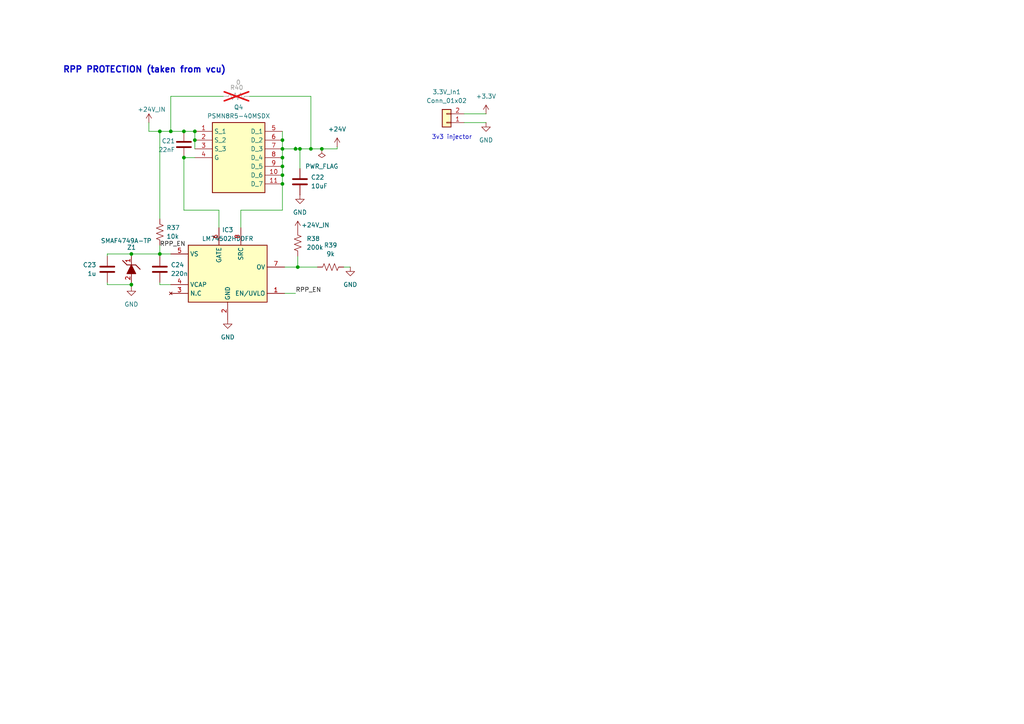
<source format=kicad_sch>
(kicad_sch (version 20250114) (generator "eeschema") (generator_version "9.0")
  (paper "A4")
  (lib_symbols
    (symbol "Connector_Generic:Conn_01x02" (pin_names (offset 1.016) (hide yes))
      (property "Reference" "J" (at 0 2.54 0))
      (property "Value" "Conn_01x02" (at 0 -5.08 0))
      (symbol "Conn_01x02_1_1"
        (rectangle (start -1.27 1.27) (end 1.27 -3.81) (stroke (width 0.254)) (fill (type background)))
        (rectangle (start -1.27 0.127) (end 0 -0.127) (stroke (width 0.1524)))
        (rectangle (start -1.27 -2.413) (end 0 -2.667) (stroke (width 0.1524)))
        (pin passive line (at -5.08 0 0) (length 3.81) (name "Pin_1") (number "1"))
        (pin passive line (at -5.08 -2.54 0) (length 3.81) (name "Pin_2") (number "2"))
      )
    )
    (symbol "Device:C" (pin_numbers (hide yes)) (pin_names (offset 0.254))
      (property "Reference" "C" (at 0.635 2.54 0))
      (property "Value" "C" (at 0.635 -2.54 0))
      (symbol "C_0_1"
        (polyline (pts (xy -2.032 0.762) (xy 2.032 0.762)) (stroke (width 0.508)))
        (polyline (pts (xy -2.032 -0.762) (xy 2.032 -0.762)) (stroke (width 0.508)))
      )
      (symbol "C_1_1"
        (pin passive line (at 0 3.81 270) (length 2.794) (name "~") (number "1"))
        (pin passive line (at 0 -3.81 90) (length 2.794) (name "~") (number "2"))
      )
    )
    (symbol "Device:R_US" (pin_numbers (hide yes)) (pin_names (offset 0))
      (property "Reference" "R" (at 2.54 0 90))
      (property "Value" "R_US" (at -2.54 0 90))
      (symbol "R_US_0_1"
        (polyline (pts (xy 0 2.286) (xy 0 2.54)))
        (polyline (pts (xy 0 2.286) (xy 1.016 1.905) (xy 0 1.524) (xy -1.016 1.143) (xy 0 0.762)))
        (polyline (pts (xy 0 0.762) (xy 1.016 0.381) (xy 0 0) (xy -1.016 -0.381) (xy 0 -0.762)))
        (polyline (pts (xy 0 -0.762) (xy 1.016 -1.143) (xy 0 -1.524) (xy -1.016 -1.905) (xy 0 -2.286)))
        (polyline (pts (xy 0 -2.286) (xy 0 -2.54)))
      )
      (symbol "R_US_1_1"
        (pin passive line (at 0 3.81 270) (length 1.27) (name "~") (number "1"))
        (pin passive line (at 0 -3.81 90) (length 1.27) (name "~") (number "2"))
      )
    )
    (symbol "UTSVT_ICs:LM74502HDDFR"
      (property "Reference" "IC" (at 29.21 7.62 0))
      (property "Value" "LM74502HDDFR" (at 29.21 5.08 0))
      (symbol "LM74502HDDFR_1_1"
        (rectangle (start 5.08 2.54) (end 27.94 -13.97) (stroke (width 0.254)) (fill (type background)))
        (pin passive line (at 0 0 0) (length 5.08) (name "VS") (number "5"))
        (pin passive line (at 0 -8.89 0) (length 5.08) (name "VCAP") (number "4"))
        (pin no_connect line (at 0 -11.43 0) (length 5.08) (name "N.C") (number "3"))
        (pin passive line (at 13.97 7.62 270) (length 5.08) (name "GATE") (number "6"))
        (pin passive line (at 16.51 -19.05 90) (length 5.08) (name "GND") (number "2"))
        (pin passive line (at 20.32 7.62 270) (length 5.08) (name "SRC") (number "8"))
        (pin passive line (at 33.02 -3.81 180) (length 5.08) (name "OV") (number "7"))
        (pin passive line (at 33.02 -11.43 180) (length 5.08) (name "EN/UVLO") (number "1"))
      )
    )
    (symbol "UTSVT_Power:PSMN8R5-40MSDX"
      (property "Reference" "Q" (at 21.59 7.62 0))
      (property "Value" "PSMN8R5-40MSDX" (at 21.59 5.08 0))
      (symbol "PSMN8R5-40MSDX_1_1"
        (rectangle (start 5.08 2.54) (end 20.32 -17.78) (stroke (width 0.254)) (fill (type background)))
        (pin passive line (at 0 0 0) (length 5.08) (name "S_1") (number "1"))
        (pin passive line (at 0 -2.54 0) (length 5.08) (name "S_2") (number "2"))
        (pin passive line (at 0 -5.08 0) (length 5.08) (name "S_3") (number "3"))
        (pin passive line (at 0 -7.62 0) (length 5.08) (name "G") (number "4"))
        (pin passive line (at 25.4 0 180) (length 5.08) (name "D_1") (number "5"))
        (pin passive line (at 25.4 -2.54 180) (length 5.08) (name "D_2") (number "6"))
        (pin passive line (at 25.4 -5.08 180) (length 5.08) (name "D_3") (number "7"))
        (pin passive line (at 25.4 -7.62 180) (length 5.08) (name "D_4") (number "8"))
        (pin passive line (at 25.4 -10.16 180) (length 5.08) (name "D_5") (number "9"))
        (pin passive line (at 25.4 -12.7 180) (length 5.08) (name "D_6") (number "10"))
        (pin passive line (at 25.4 -15.24 180) (length 5.08) (name "D_7") (number "11"))
      )
    )
    (symbol "UTSVT_Power:SMAF4749A-TP" (pin_names (hide yes))
      (property "Reference" "Z" (at 10.16 8.89 0))
      (property "Value" "SMAF4749A-TP" (at 10.16 6.35 0))
      (symbol "SMAF4749A-TP_1_1"
        (polyline (pts (xy 3.81 -2.54) (xy 5.08 -1.27)) (stroke (width 0.254)))
        (polyline (pts (xy 5.08 1.27) (xy 5.08 -1.27)) (stroke (width 0.254)))
        (polyline (pts (xy 5.08 1.27) (xy 6.35 2.54)) (stroke (width 0.254)))
        (polyline (pts (xy 5.08 0) (xy 7.62 1.27) (xy 7.62 -1.27) (xy 5.08 0)) (stroke (width 0.254)) (fill (type outline)))
        (pin passive line (at 2.54 0 0) (length 2.54) (name "K") (number "1"))
        (pin passive line (at 10.16 0 180) (length 2.54) (name "A") (number "2"))
      )
    )
    (symbol "power:+12V" (power) (pin_numbers (hide yes)) (pin_names (offset 0) (hide yes))
      (property "Value" "+12V" (at 0 3.556 0))
      (symbol "+12V_0_1"
        (polyline (pts (xy -0.762 1.27) (xy 0 2.54)))
        (polyline (pts (xy 0 2.54) (xy 0.762 1.27)))
        (polyline (pts (xy 0 0) (xy 0 2.54)))
      )
      (symbol "+12V_1_1"
        (pin power_in line (at 0 0 90) (length 0) (name "~") (number "1"))
      )
    )
    (symbol "power:+3V3" (power) (pin_numbers (hide yes)) (pin_names (offset 0) (hide yes))
      (property "Value" "+3V3" (at 0 3.556 0))
      (symbol "+3V3_0_1"
        (polyline (pts (xy -0.762 1.27) (xy 0 2.54)))
        (polyline (pts (xy 0 2.54) (xy 0.762 1.27)))
        (polyline (pts (xy 0 0) (xy 0 2.54)))
      )
      (symbol "+3V3_1_1"
        (pin power_in line (at 0 0 90) (length 0) (name "~") (number "1"))
      )
    )
    (symbol "power:GND" (power) (pin_numbers (hide yes)) (pin_names (offset 0) (hide yes))
      (property "Value" "GND" (at 0 -3.81 0))
      (symbol "GND_0_1"
        (polyline (pts (xy 0 0) (xy 0 -1.27) (xy 1.27 -1.27) (xy 0 -2.54) (xy -1.27 -1.27) (xy 0 -1.27)))
      )
      (symbol "GND_1_1"
        (pin power_in line (at 0 0 270) (length 0) (name "~") (number "1"))
      )
    )
    (symbol "power:PWR_FLAG" (power) (pin_numbers (hide yes)) (pin_names (offset 0) (hide yes))
      (property "Value" "PWR_FLAG" (at 0 3.81 0))
      (symbol "PWR_FLAG_0_0"
        (pin power_out line (at 0 0 90) (length 0) (name "~") (number "1"))
      )
      (symbol "PWR_FLAG_0_1"
        (polyline (pts (xy 0 0) (xy 0 1.27) (xy -1.016 1.905) (xy 0 2.54) (xy 1.016 1.905) (xy 0 1.27)))
      )
    )
  )
  (text "3v3 injector" (at 131.064 39.878 0) (effects (font (size 1.27 1.27))))
  (text "RPP PROTECTION (taken from vcu)" (at 41.91 20.32 0) (effects (font (size 1.778 1.778) (thickness 0.3556) (bold yes))))
  (junction (at 93.345 43.18))
  (junction (at 56.515 40.64))
  (junction (at 86.995 43.18))
  (junction (at 81.915 50.8))
  (junction (at 53.34 38.1))
  (junction (at 81.915 45.72))
  (junction (at 38.1 82.55))
  (junction (at 90.17 43.18))
  (junction (at 81.915 40.64))
  (junction (at 81.915 53.34))
  (junction (at 85.725 43.18))
  (junction (at 81.915 48.26))
  (junction (at 56.515 38.1))
  (junction (at 86.36 77.47))
  (junction (at 81.915 43.18))
  (junction (at 38.1 73.66))
  (junction (at 46.355 73.66))
  (junction (at 53.34 45.72))
  (junction (at 49.53 38.1))
  (junction (at 46.355 38.1))
  (wire (pts (xy 38.1 73.66) (xy 46.355 73.66)))
  (wire (pts (xy 134.62 35.56) (xy 140.97 35.56)))
  (wire (pts (xy 90.17 43.18) (xy 93.345 43.18)))
  (wire (pts (xy 64.77 27.94) (xy 49.53 27.94)))
  (wire (pts (xy 31.115 73.66) (xy 38.1 73.66)))
  (wire (pts (xy 82.55 77.47) (xy 86.36 77.47)))
  (wire (pts (xy 46.355 63.5) (xy 46.355 38.1)))
  (wire (pts (xy 69.85 60.96) (xy 81.915 60.96)))
  (wire (pts (xy 38.1 81.915) (xy 38.1 82.55)))
  (wire (pts (xy 46.355 71.12) (xy 46.355 73.66)))
  (wire (pts (xy 72.39 27.94) (xy 90.17 27.94)))
  (wire (pts (xy 81.915 53.34) (xy 81.915 60.96)))
  (wire (pts (xy 56.515 38.1) (xy 56.515 40.64)))
  (wire (pts (xy 81.915 43.18) (xy 85.725 43.18)))
  (wire (pts (xy 38.1 82.55) (xy 38.1 83.185)))
  (wire (pts (xy 63.5 60.96) (xy 53.34 60.96)))
  (wire (pts (xy 31.115 82.55) (xy 31.115 81.915)))
  (wire (pts (xy 53.34 45.72) (xy 56.515 45.72)))
  (wire (pts (xy 49.53 38.1) (xy 53.34 38.1)))
  (wire (pts (xy 93.345 43.18) (xy 97.79 43.18)))
  (wire (pts (xy 46.355 73.66) (xy 46.355 74.295)))
  (wire (pts (xy 86.995 43.18) (xy 86.995 48.895)))
  (wire (pts (xy 46.355 73.66) (xy 49.53 73.66)))
  (wire (pts (xy 46.355 82.55) (xy 49.53 82.55)))
  (wire (pts (xy 31.115 82.55) (xy 38.1 82.55)))
  (wire (pts (xy 85.725 43.18) (xy 85.725 42.545)))
  (wire (pts (xy 46.355 81.915) (xy 46.355 82.55)))
  (wire (pts (xy 134.62 33.02) (xy 140.97 33.02)))
  (wire (pts (xy 99.695 77.47) (xy 101.6 77.47)))
  (wire (pts (xy 82.55 85.09) (xy 85.725 85.09)))
  (wire (pts (xy 81.915 43.18) (xy 81.915 45.72)))
  (wire (pts (xy 81.915 38.1) (xy 81.915 40.64)))
  (wire (pts (xy 86.995 43.18) (xy 85.725 43.18)))
  (wire (pts (xy 43.18 38.1) (xy 46.355 38.1)))
  (wire (pts (xy 90.17 27.94) (xy 90.17 43.18)))
  (wire (pts (xy 86.36 77.47) (xy 92.075 77.47)))
  (wire (pts (xy 69.85 66.04) (xy 69.85 60.96)))
  (wire (pts (xy 81.915 50.8) (xy 81.915 53.34)))
  (wire (pts (xy 86.995 43.18) (xy 90.17 43.18)))
  (wire (pts (xy 49.53 27.94) (xy 49.53 38.1)))
  (wire (pts (xy 31.115 73.66) (xy 31.115 74.295)))
  (wire (pts (xy 81.915 48.26) (xy 81.915 50.8)))
  (wire (pts (xy 63.5 66.04) (xy 63.5 60.96)))
  (wire (pts (xy 38.1 73.66) (xy 38.1 74.295)))
  (wire (pts (xy 56.515 40.64) (xy 56.515 43.18)))
  (wire (pts (xy 53.34 60.96) (xy 53.34 45.72)))
  (wire (pts (xy 46.355 38.1) (xy 49.53 38.1)))
  (wire (pts (xy 43.18 35.56) (xy 43.18 38.1)))
  (wire (pts (xy 53.34 38.1) (xy 56.515 38.1)))
  (wire (pts (xy 86.36 74.295) (xy 86.36 77.47)))
  (wire (pts (xy 97.79 43.18) (xy 97.79 42.545)))
  (wire (pts (xy 81.915 45.72) (xy 81.915 48.26)))
  (wire (pts (xy 81.915 40.64) (xy 81.915 43.18)))
  (label "RPP_EN" (at 46.355 71.755 0))
  (label "RPP_EN" (at 85.725 85.09 0))
  (symbol (lib_id "UTSVT_Power:PSMN8R5-40MSDX") (at 56.515 38.1 0) (unit 1)
    (property "Reference" "Q4" (at 69.215 31.115 0))
    (property "Value" "PSMN8R5-40MSDX" (at 69.215 33.655 0))
    (property "Footprint" "PSMN8R5-40MSDX:BUK7M1780EX" (effects (hide yes)))
    (property "Datasheet" "https://assets.nexperia.com/documents/data-sheet/PSMN8R5-40MSD.pdf" (effects (hide yes)))
    (property "Description" "MOSFETs PSMN8R5-40MSD/SOT1210/mLFPAK" (effects (hide yes)))
    (property "Height" "1" (effects (hide yes)))
    (property "Mouser Part Number" "771-PSMN8R5-40MSDX" (effects (hide yes)))
    (property "Mouser Price/Stock" "https://www.mouser.co.uk/ProductDetail/Nexperia/PSMN8R5-40MSDX?qs=vHuUswq2%252BswjdnYdBdHaPw%3D%3D" (effects (hide yes)))
    (property "Manufacturer_Name" "Nexperia" (effects (hide yes)))
    (property "Manufacturer_Part_Number" "PSMN8R5-40MSDX" (effects (hide yes)))
  )
  (symbol (lib_id "Device:C") (at 46.355 78.105 0) (mirror y) (unit 1)
    (property "Reference" "C24" (at 49.53 76.8349 0) (effects (justify right)))
    (property "Value" "220n" (at 49.53 79.3749 0) (effects (justify right)))
    (property "Footprint" "Capacitor_SMD:C_0603_1608Metric" (effects (hide yes)))
    (property "Description" "Unpolarized capacitor" (effects (hide yes)))
  )
  (symbol (lib_id "power:+12V") (at 43.18 35.56 0) (unit 1)
    (property "Reference" "#PWR070" (effects (hide yes)))
    (property "Value" "+24V_IN" (at 39.878 31.75 0) (effects (justify left)))
    (property "Description" "Power symbol creates a global label with name \"+12V\"" (effects (hide yes)))
  )
  (symbol (lib_id "Device:C") (at 53.34 41.91 0) (mirror x) (unit 1)
    (property "Reference" "C21" (at 50.8 40.894 0) (effects (justify right)))
    (property "Value" "22nF" (at 50.8 43.434 0) (effects (justify right)))
    (property "Footprint" "Capacitor_SMD:C_0603_1608Metric" (effects (hide yes)))
    (property "Description" "Unpolarized capacitor" (effects (hide yes)))
  )
  (symbol (lib_id "power:+3V3") (at 140.97 33.02 0) (unit 1)
    (property "Reference" "#PWR047" (effects (hide yes)))
    (property "Value" "+3.3V" (at 140.97 27.94 0))
    (property "Description" "Power symbol creates a global label with name \"+3V3\"" (effects (hide yes)))
  )
  (symbol (lib_id "power:GND") (at 38.1 83.185 0) (unit 1)
    (property "Reference" "#PWR069" (effects (hide yes)))
    (property "Value" "GND" (at 38.1 88.265 0))
    (property "Description" "Power symbol creates a global label with name \"GND\" , ground" (effects (hide yes)))
  )
  (symbol (lib_id "Device:C") (at 31.115 78.105 0) (mirror x) (unit 1)
    (property "Reference" "C23" (at 27.94 76.8349 0) (effects (justify right)))
    (property "Value" "1u" (at 27.94 79.3749 0) (effects (justify right)))
    (property "Footprint" "Capacitor_SMD:C_0603_1608Metric" (effects (hide yes)))
    (property "Description" "Unpolarized capacitor" (effects (hide yes)))
  )
  (symbol (lib_id "power:GND") (at 86.995 56.515 0) (unit 1)
    (property "Reference" "#PWR010" (effects (hide yes)))
    (property "Value" "GND" (at 86.995 61.595 0))
    (property "Description" "Power symbol creates a global label with name \"GND\" , ground" (effects (hide yes)))
  )
  (symbol (lib_id "Device:R_US") (at 86.36 70.485 0) (unit 1)
    (property "Reference" "R38" (at 88.9 69.2149 0) (effects (justify left)))
    (property "Value" "200k" (at 88.9 71.7549 0) (effects (justify left)))
    (property "Footprint" "Resistor_SMD:R_0603_1608Metric" (effects (hide yes)))
    (property "Description" "Resistor, US symbol" (effects (hide yes)))
  )
  (symbol (lib_id "power:GND") (at 66.04 92.71 0) (unit 1)
    (property "Reference" "#PWR036" (effects (hide yes)))
    (property "Value" "GND" (at 66.04 97.79 0))
    (property "Description" "Power symbol creates a global label with name \"GND\" , ground" (effects (hide yes)))
  )
  (symbol (lib_id "Device:R_US") (at 46.355 67.31 0) (unit 1)
    (property "Reference" "R37" (at 48.26 66.0399 0) (effects (justify left)))
    (property "Value" "10k" (at 48.26 68.5799 0) (effects (justify left)))
    (property "Footprint" "Resistor_SMD:R_0603_1608Metric" (effects (hide yes)))
    (property "Description" "Resistor, US symbol" (effects (hide yes)))
  )
  (symbol (lib_id "Device:R_US") (at 68.58 27.94 90) (unit 1) (dnp yes)
    (property "Reference" "R40" (at 70.6119 25.4 90) (effects (justify left)))
    (property "Value" "0" (at 69.85 23.876 90) (effects (justify left)))
    (property "Footprint" "Resistor_SMD:R_0603_1608Metric" (effects (hide yes)))
    (property "Description" "Resistor, US symbol" (effects (hide yes)))
  )
  (symbol (lib_id "UTSVT_Power:SMAF4749A-TP") (at 38.1 71.755 270) (unit 1)
    (property "Reference" "Z1" (at 36.83 71.755 90) (effects (justify left)))
    (property "Value" "SMAF4749A-TP" (at 29.21 69.85 90) (effects (justify left)))
    (property "Footprint" "DO-221AC-2:SODFL5026X125N" (effects (hide yes)))
    (property "Datasheet" "https://www.mccsemi.com/pdf/Products/SMAF4735A_SMAF4764A(DO-221AC).pdf" (effects (hide yes)))
    (property "Description" "1.0 Watt Zener Diodes 6.2V to 100V" (effects (hide yes)))
    (property "Height" "1.25" (effects (hide yes)))
    (property "Mouser Part Number" "833-SMAF4749A-TP" (effects (hide yes)))
    (property "Mouser Price/Stock" "https://www.mouser.co.uk/ProductDetail/Micro-Commercial-Components-MCC/SMAF4749A-TP?qs=%252BXxaIXUDbq1bdSZ3Ebik%2FA%3D%3D" (effects (hide yes)))
    (property "Manufacturer_Name" "MCC" (effects (hide yes)))
    (property "Manufacturer_Part_Number" "SMAF4749A-TP" (effects (hide yes)))
  )
  (symbol (lib_id "Device:C") (at 86.995 52.705 0) (unit 1)
    (property "Reference" "C22" (at 90.17 51.4349 0) (effects (justify left)))
    (property "Value" "10uF" (at 90.17 53.9749 0) (effects (justify left)))
    (property "Footprint" "Capacitor_SMD:C_0603_1608Metric" (effects (hide yes)))
    (property "Description" "Unpolarized capacitor" (effects (hide yes)))
  )
  (symbol (lib_id "power:GND") (at 101.6 77.47 0) (unit 1)
    (property "Reference" "#PWR080" (effects (hide yes)))
    (property "Value" "GND" (at 101.6 82.55 0))
    (property "Description" "Power symbol creates a global label with name \"GND\" , ground" (effects (hide yes)))
  )
  (symbol (lib_id "power:+12V") (at 86.36 66.675 0) (unit 1)
    (property "Reference" "#PWR071" (effects (hide yes)))
    (property "Value" "+24V_IN" (at 87.376 65.278 0) (effects (justify left)))
    (property "Description" "Power symbol creates a global label with name \"+12V\"" (effects (hide yes)))
  )
  (symbol (lib_id "Device:R_US") (at 95.885 77.47 90) (unit 1)
    (property "Reference" "R39" (at 95.885 71.12 90))
    (property "Value" "9k" (at 95.885 73.66 90))
    (property "Footprint" "Resistor_SMD:R_0603_1608Metric" (effects (hide yes)))
    (property "Description" "Resistor, US symbol" (effects (hide yes)))
  )
  (symbol (lib_id "UTSVT_ICs:LM74502HDDFR") (at 49.53 73.66 0) (unit 1)
    (property "Reference" "IC3" (at 66.04 66.675 0))
    (property "Value" "LM74502HDDFR" (at 66.04 69.215 0))
    (property "Footprint" "LM74502HDDFR:SOT65P280X110-8N" (effects (hide yes)))
    (property "Datasheet" "https://www.ti.com/lit/ds/symlink/lm74502h.pdf?HQS=dis-mous-null-mousermode-dsf-pf-null-wwe&ts=1659509238199&ref_url=https%253A%252F%252Fwww.mouser.vn%252F" (effects (hide yes)))
    (property "Description" "Hot Swap Voltage Controllers 3.2-V to 65-V industrial RPP controller with load disconnect, OVP, and high gate drive" (effects (hide yes)))
    (property "Height" "1.1" (effects (hide yes)))
    (property "Mouser Part Number" "595-LM74502HDDFR" (effects (hide yes)))
    (property "Mouser Price/Stock" "https://www.mouser.co.uk/ProductDetail/Texas-Instruments/LM74502HDDFR?qs=t7xnP681wgWDbfat8Yg%252B%2Fg%3D%3D" (effects (hide yes)))
    (property "Manufacturer_Name" "Texas Instruments" (effects (hide yes)))
    (property "Manufacturer_Part_Number" "LM74502HDDFR" (effects (hide yes)))
  )
  (symbol (lib_id "power:PWR_FLAG") (at 93.345 43.18 180) (unit 1)
    (property "Reference" "#FLG04" (effects (hide yes)))
    (property "Value" "PWR_FLAG" (at 93.345 48.26 0))
    (property "Description" "Special symbol for telling ERC where power comes from" (effects (hide yes)))
  )
  (symbol (lib_id "power:GND") (at 140.97 35.56 0) (unit 1)
    (property "Reference" "#PWR048" (effects (hide yes)))
    (property "Value" "GND" (at 140.97 40.64 0))
    (property "Description" "Power symbol creates a global label with name \"GND\" , ground" (effects (hide yes)))
  )
  (symbol (lib_id "Connector_Generic:Conn_01x02") (at 129.54 35.56 180) (unit 1)
    (property "Reference" "3.3V_In1" (at 129.54 26.67 0))
    (property "Value" "Conn_01x02" (at 129.54 29.21 0))
    (property "Footprint" "UTSVT_Connectors:Molex_Nano-Fit_105309-xx02_1x02_P2.50mm_Vertical" (effects (hide yes)))
    (property "Description" "Generic connector, single row, 01x02, script generated (kicad-library-utils/schlib/autogen/connector/)" (effects (hide yes)))
  )
  (symbol (lib_id "power:+12V") (at 97.79 42.545 0) (unit 1)
    (property "Reference" "#PWR039" (effects (hide yes)))
    (property "Value" "+24V" (at 97.79 37.465 0))
    (property "Description" "Power symbol creates a global label with name \"+12V\"" (effects (hide yes)))
  )
)
</source>
